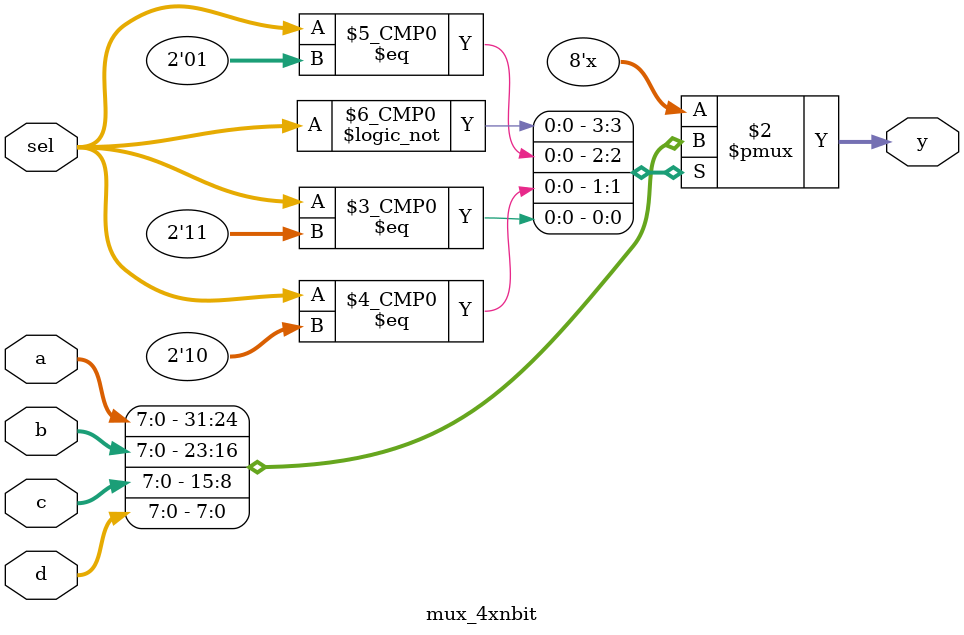
<source format=v>
module mux_4xnbit (a,b,c,d,sel,y);

parameter n = 8;
input [n-1:0]a,b,c,d;
input [1:0]sel;
output reg [n-1:0]y;

always @(*) begin
    case (sel)
        2'b00: y=a;
        2'b01: y=b;
        2'b10: y=c;
        2'b11: y=d; 
        default: y=2'dx;
    endcase
    
end
    
endmodule
</source>
